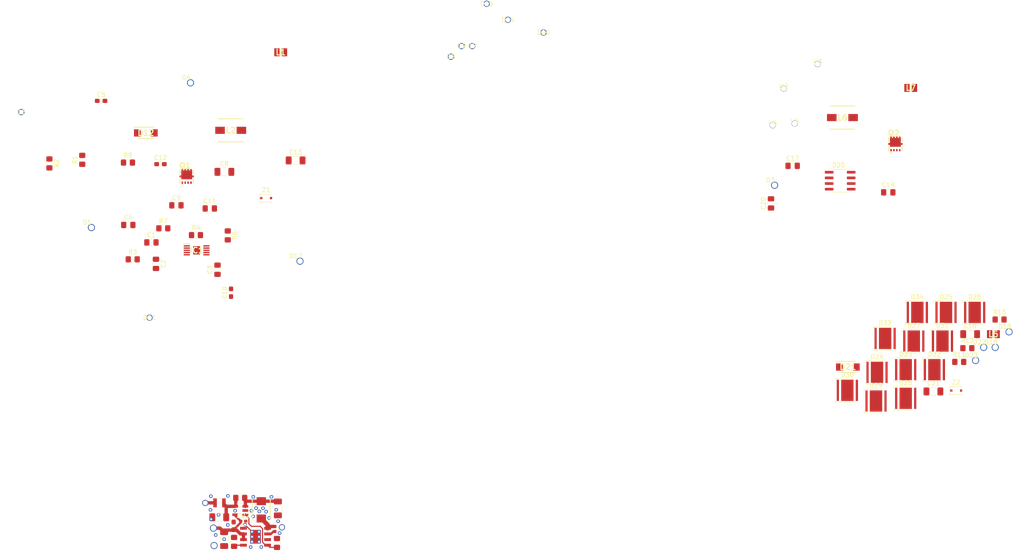
<source format=kicad_pcb>
(kicad_pcb (version 20211014) (generator pcbnew)
  (layers (0 "F.Cu" signal) (1 "In1.Cu" signal) (2 "In2.Cu" signal) (31 "B.Cu" signal) (34 "B.Paste" user) (35 "F.Paste" user) (36 "B.SilkS" user "B.Silkscreen") (37 "F.SilkS" user "F.Silkscreen") (38 "B.Mask" user) (39 "F.Mask" user) (44 "Edge.Cuts" user))
  (net 0 "")
  (net 1 "GND")
  (net 2 "Net-(C11-Pad1)")
  (net 3 "Net-(C4-Pad2)")
  (net 4 "Net-(C6-Pad1)")
  (net 5 "Net-(C10-Pad1)")
  (net 6 "Net-(C14-Pad1)")
  (net 7 "Net-(C15-Pad1)")
  (net 8 "Net-(C17-Pad1)")
  (net 9 "Net-(D7-Pad1)")
  (net 10 "Net-(C3-Pad2)")
  (net 11 "Net-(D12-Pad2)")
  (net 12 "Net-(D13-Pad1)")
  (net 13 "Net-(C1-Pad2)")
  (net 14 "Net-(C1-Pad1)")
  (net 15 "Net-(C16-Pad1)")
  (net 16 "Net-(C2-Pad1)")
  (net 17 "Net-(C10-Pad2)")
  (net 18 "Net-(Q1-Pad1)")
  (net 19 "Net-(Q1-Pad4)")
  (net 20 "Net-(C15-Pad2)")
  (net 21 "Net-(C9-Pad1)")
  (net 22 "Net-(C12-Pad1)")
  (net 23 "Net-(C13-Pad1)")
  (net 24 "Net-(C14-Pad2)")
  (net 25 "Net-(C18-Pad1)")
  (net 26 "Net-(C19-Pad1)")
  (net 27 "Net-(C21-Pad1)")
  (net 28 "Net-(D6-Pad1)")
  (net 29 "Net-(D10-Pad1)")
  (net 30 "Net-(D14-Pad1)")
  (net 31 "Net-(D17-Pad1)")
  (net 32 "Net-(D18-Pad1)")
  (net 33 "Net-(D20-Pad4)")
  (net 34 "Net-(D20-Pad5)")
  (net 35 "Net-(D20-Pad6)")
  (net 36 "Net-(D21-Pad2)")
  (net 37 "Net-(D22-Pad1)")
  (net 38 "Net-(D23-Pad1)")
  (net 39 "Net-(D24-Pad1)")
  (net 41 "Net-(D25-Pad1)")
  (net 43 "Net-(D26-Pad1)")
  (net 45 "Net-(D27-Pad1)")
  (net 47 "Net-(D28-Pad1)")
  (net 49 "Net-(D29-Pad1)")
  (net 51 "Net-(D30-Pad1)")
  (net 53 "Net-(D31-Pad1)")
  (net 55 "Net-(D32-Pad1)")
  (net 57 "Net-(D33-Pad1)")
  (net 59 "Net-(D34-Pad1)")
  (net 62 "Net-(IC1-Pad8)")
  (net 63 "Net-(IC2-Pad4)")
  (net 64 "Net-(IC2-Pad5)")
  (footprint "Flat_Wires_Pads:Wire_Hole_1mm" (layer "F.Cu") (at 69.6976 104.267)
    (fp_text reference "D11")
    (fp_text value "Wire_Pad_01")
  )
  (footprint "libraries:SOP50P490X110-11N" (layer "F.Cu") (at 80.2894 89.1032)
    (fp_text reference "IC1")
    (fp_text value "TPS40211QDGQRQ1" hide)
  )
  (footprint "Capacitor_SMD:C_0805_2012Metric_Pad1.18x1.45mm_HandSolder" (layer "F.Cu") (at 75.7428 78.9686)
    (fp_text reference "C9")
    (fp_text value "C")
  )
  (footprint "libraries:WireHole_1p2" (layer "F.Cu") (at 78.9178 51.3842)
    (fp_text reference "D4")
    (fp_text value "WireHole_1p5")
  )
  (footprint "libraries:INDC2016X80N" (layer "F.Cu") (at 240.9698 52.5272)
    (fp_text reference "L7")
    (fp_text value "TFM201610ALC-R47MTAA" hide)
  )
  (footprint "libraries:SOIC127P600X170-9N" (layer "F.Cu") (at 93.5482 153.6105)
    (fp_text reference "IC2" hide)
    (fp_text value "LM5164QDDATQ1" hide)
  )
  (footprint "Diode_SMD:D_SOD-323F" (layer "F.Cu") (at 95.9358 77.343)
    (fp_text reference "Z1")
    (fp_text value "BZT52-C5V1J")
  )
  (footprint "Flat_Wires_Pads:Wire_Hole_1mm" (layer "F.Cu") (at 150.3426 37.1856)
    (fp_text reference "D14")
    (fp_text value "Wire_Pad_01")
  )
  (footprint "LED_SMD:LED_Cree-XHP50_6V" (layer "F.Cu") (at 242.4586 103.087)
    (fp_text reference "D34")
    (fp_text value "LED_Cree_XHP50_6V")
  )
  (footprint "Capacitor_SMD:C_0805_2012Metric_Pad1.18x1.45mm_HandSolder" (layer "F.Cu") (at 70.1255 87.3252)
    (fp_text reference "C1")
    (fp_text value "C")
  )
  (footprint "Capacitor_SMD:C_0805_2012Metric_Pad1.18x1.45mm_HandSolder" (layer "F.Cu") (at 84.9884 93.4759 90)
    (fp_text reference "C3")
    (fp_text value "C")
  )
  (footprint "Capacitor_SMD:C_0402_1005Metric_Pad0.74x0.62mm_HandSolder" (layer "F.Cu") (at 90.7796 150.0886)
    (fp_text reference "C22")
    (fp_text value "C" hide)
  )
  (footprint "libraries:WireHole_1p2" (layer "F.Cu") (at 84.2264 155.6004)
    (fp_text reference "D2" hide)
    (fp_text value "WireHole_1p5" hide)
  )
  (footprint "Resistor_SMD:R_0805_2012Metric_Pad1.20x1.40mm_HandSolder" (layer "F.Cu") (at 65.913 91.1352)
    (fp_text reference "R3")
    (fp_text value "R")
  )
  (footprint "Flat_Wires_Pads:Wire_Hole_1mm" (layer "F.Cu") (at 82.2452 145.9992)
    (fp_text reference "D13" hide)
    (fp_text value "Wire_Pad_01" hide)
  )
  (footprint "XDS_Semi:TX6211" (layer "F.Cu") (at 224.725 69.946)
    (fp_text reference "D20")
    (fp_text value "TX6211")
  )
  (footprint "Resistor_SMD:R_0805_2012Metric_Pad1.20x1.40mm_HandSolder" (layer "F.Cu") (at 98.3742 155.0002 -90)
    (fp_text reference "R10" hide)
    (fp_text value "R" hide)
  )
  (footprint "libraries:INDPM5752X300N" (layer "F.Cu") (at 225.6028 59.2074)
    (fp_text reference "L6")
    (fp_text value "TFM201610ALC-R47MTAA" hide)
  )
  (footprint "libraries:INDPM5752X300N" (layer "F.Cu") (at 87.9602 62.0776)
    (fp_text reference "L2")
    (fp_text value "SRP7050AA-220M" hide)
  )
  (footprint "Capacitor_SMD:C_1206_3216Metric_Pad1.33x1.80mm_HandSolder" (layer "F.Cu") (at 246.0686 120.887)
    (fp_text reference "C21")
    (fp_text value "C")
  )
  (footprint "libraries:SODFL4626X120N" (layer "F.Cu") (at 226.8236 115.387)
    (fp_text reference "D21")
    (fp_text value "SS36" hide)
  )
  (footprint "Capacitor_SMD:C_1206_3216Metric_Pad1.33x1.80mm_HandSolder" (layer "F.Cu") (at 86.487 154.1403 -90)
    (fp_text reference "C7" hide)
    (fp_text value "C" hide)
  )
  (footprint "Resistor_SMD:R_0805_2012Metric_Pad1.20x1.40mm_HandSolder" (layer "F.Cu") (at 54.5592 68.723 90)
    (fp_text reference "R1")
    (fp_text value "R")
  )
  (footprint "libraries:SODFL4626X120N" (layer "F.Cu") (at 68.8644 62.6618)
    (fp_text reference "D12")
    (fp_text value "SS36" hide)
  )
  (footprint "Capacitor_SMD:C_0805_2012Metric_Pad1.18x1.45mm_HandSolder" (layer "F.Cu") (at 235.9152 76.0476)
    (fp_text reference "C19")
    (fp_text value "C")
  )
  (footprint "libraries:WireHole_1p2" (layer "F.Cu") (at 84.074 151.6634)
    (fp_text reference "D5" hide)
    (fp_text value "WireHole_1p5" hide)
  )
  (footprint "LED_SMD:LED_Cree-XHP50_6V" (layer "F.Cu") (at 239.8386 115.987)
    (fp_text reference "D35")
    (fp_text value "LED_Cree_XHP50_6V")
  )
  (footprint "Capacitor_SMD:C_1206_3216Metric_Pad1.33x1.80mm_HandSolder" (layer "F.Cu") (at 254.3386 107.987)
    (fp_text reference "C18")
    (fp_text value "C")
  )
  (footprint "libraries:WireHole_1p2" (layer "F.Cu") (at 255.5636 113.912)
    (fp_text reference "D23")
    (fp_text value "WireHole_1p5")
  )
  (footprint "Capacitor_SMD:C_1206_3216Metric_Pad1.33x1.80mm_HandSolder" (layer "F.Cu") (at 102.5652 68.8594)
    (fp_text reference "C13")
    (fp_text value "C")
  )
  (footprint "libraries:INDPM4441X200N" (layer "F.Cu") (at 94.8436 147.5486 90)
    (fp_text reference "L3" hide)
    (fp_text value "SRP4020TA-100M" hide)
  )
  (footprint "libraries:WireHole_1p2" (layer "F.Cu") (at 103.5558 91.5416)
    (fp_text reference "D17")
    (fp_text value "WireHole_1p5")
  )
  (footprint "LED_SMD:LED_Cree-XHP50_6V" (layer "F.Cu") (at 235.2086 108.947)
    (fp_text reference "D33")
    (fp_text value "LED_Cree_XHP50_6V")
  )
  (footprint "libraries:DFN_3X3_EP" (layer "F.Cu") (at 237.5154 65.151)
    (fp_text reference "Q2")
    (fp_text value "AON7407" hide)
  )
  (footprint "mount_holes:Hole_screw_M1p2" (layer "F.Cu") (at 220.0148 47.1678)
    (fp_text reference "U3")
    (fp_text value "Mounting_Hole_M2")
  )
  (footprint "Resistor_SMD:R_0805_2012Metric_Pad1.20x1.40mm_HandSolder" (layer "F.Cu") (at 80.1464 85.6742)
    (fp_text reference "R4")
    (fp_text value "R")
  )
  (footprint "libraries:DFN_3X3_EP" (layer "F.Cu") (at 78.0542 72.4706)
    (fp_text reference "Q1")
    (fp_text value "AON7407" hide)
  )
  (footprint "Resistor_SMD:R_0805_2012Metric_Pad1.20x1.40mm_HandSolder" (layer "F.Cu") (at 260.9586 104.687)
    (fp_text reference "R13")
    (fp_text value "R")
  )
  (footprint "Flat_Wires_Pads:Wire_Hole_1mm" (layer "F.Cu") (at 137.5162 45.5038)
    (fp_text reference "D8")
    (fp_text value "Wire_Pad_01")
  )
  (footprint "Resistor_SMD:R_0805_2012Metric_Pad1.20x1.40mm_HandSolder" (layer "F.Cu") (at 251.8886 114.237)
    (fp_text reference "R11")
    (fp_text value "R")
  )
  (footprint "libraries:INDC2016X80N" (layer "F.Cu") (at 259.5686 107.987)
    (fp_text reference "L5")
    (fp_text value "TFM201610ALC-R47MTAA" hide)
  )
  (footprint "Resistor_SMD:R_0805_2012Metric_Pad1.20x1.40mm_HandSolder" (layer "F.Cu") (at 88.7222 154.7622 90)
    (fp_text reference "R5" hide)
    (fp_text value "R" hide)
  )
  (footprint "Capacitor_SMD:C_1206_3216Metric_Pad1.33x1.80mm_HandSolder" (layer "F.Cu") (at 86.5378 71.4248)
    (fp_text reference "C8")
    (fp_text value "C")
  )
  (footprint "Resistor_SMD:R_0805_2012Metric_Pad1.20x1.40mm_HandSolder" (layer "F.Cu") (at 253.7086 111.137)
    (fp_text reference "R12")
    (fp_text value "R")
  )
  (footprint "Capacitor_SMD:C_0805_2012Metric_Pad1.18x1.45mm_HandSolder" (layer "F.Cu") (at 64.9185 83.3882)
    (fp_text reference "C4")
    (fp_text value "C")
  )
  (footprint "Package_TO_SOT_SMD:SOT-23-5" (layer "F.Cu") (at 90.1192 147.701 180)
    (fp_text reference "U1" hide)
    (fp_text value "INA138" hide)
  )
  (footprint "LED_SMD:LED_Cree-XHP50_6V" (layer "F.Cu") (at 239.8386 122.437)
    (fp_text reference "D26")
    (fp_text value "LED_Cree_XHP50_6V")
  )
  (footprint "LED_SMD:LED_Cree-XHP50_6V" (layer "F.Cu") (at 233.3886 116.587)
    (fp_text reference "D24")
    (fp_text value "LED_Cree_XHP50_6V")
  )
  (footprint "Resistor_SMD:R_0805_2012Metric_Pad1.20x1.40mm_HandSolder" (layer "F.Cu") (at 47.1678 69.5358 -90)
    (fp_text reference "R2")
    (fp_text value "R")
  )
  (footprint "Capacitor_SMD:C_0805_2012Metric_Pad1.18x1.45mm_HandSolder" (layer "F.Cu") (at 209.5246 78.5368 90)
    (fp_text reference "C20")
    (fp_text value "C")
  )
  (footprint "Capacitor_SMD:C_0603_1608Metric_Pad1.08x0.95mm_HandSolder" (layer "F.Cu") (at 88.6206 151.1565 90)
    (fp_text reference "C6" hide)
    (fp_text value "C")
  )
  (footprint "LED_SMD:LED_Cree-XHP50_6V" (layer "F.Cu") (at 248.1086 109.537)
    (fp_text reference "D31")
    (fp_text value "LED_Cree_XHP50_6V")
  )
  (footprint "Resistor_SMD:R_0805_2012Metric_Pad1.20x1.40mm_HandSolder" (layer "F.Cu") (at 72.7964 84.1502)
    (fp_text reference "R7")
    (fp_text value "R")
  )
  (footprint "mount_holes:Hole_screw_M1p2" (layer "F.Cu") (at 214.8586 60.5536)
    (fp_text reference "U4")
    (fp_text value "Mounting_Hole_M2")
  )
  (footprint "libraries:WireHole_1p2" (layer "F.Cu") (at 210.3374 74.4474)
    (fp_text reference "D3")
    (fp_text value "WireHole_1p5")
  )
  (footprint "Flat_Wires_Pads:Wire_Hole_1mm" (layer "F.Cu") (at 145.5674 33.5788)
    (fp_text reference "D15")
    (fp_text value "Wire_Pad_01")
  )
  (footprint "Capacitor_SMD:C_0805_2012Metric_Pad1.18x1.45mm_HandSolder" (layer "F.Cu") (at 214.4014 70.0786)
    (fp_text reference "C17")
    (fp_text value "C")
  )
  (footprint "Flat_Wires_Pads:Wire_Hole_1mm" (layer "F.Cu") (at 158.3436 40.0558)
    (fp_text reference "D10")
    (fp_text value "Wire_Pad_01")
  )
  (footprint "Capacitor_SMD:C_0603_1608Metric_Pad1.08x0.95mm_HandSolder" (layer "F.Cu") (at 58.8021 55.4482)
    (fp_text reference "C5")
    (fp_text value "C")
  )
  (footprint "LED_SMD:LED_Cree-XHP50_6V" (layer "F.Cu") (at 233.1586 123.037)
    (fp_text reference "D29")
    (fp_text value "LED_Cree_XHP50_6V")
  )
  (footprint "Capacitor_SMD:C_0603_1608Metric_Pad1.08x0.95mm_HandSolder" (layer "F.Cu") (at 72.1603 69.6976)
    (fp_text reference "C12")
    (fp_text value "C")
  )
  (footprint "Resistor_SMD:R_0805_2012Metric_Pad1.20x1.40mm_HandSolder" (layer "F.Cu") (at 87.2998 85.7504 -90)
    (fp_text reference "R6")
    (fp_text value "R")
  )
  (footprint "libraries:WireHole_1p2" (layer "F.Cu") (at 56.6166 83.9724)
    (fp_text reference "D1")
    (fp_text value "WireHole_1p5")
  )
  (footprint "Capacitor_SMD:C_1206_3216Metric_Pad1.33x1.80mm_HandSolder" (layer "F.Cu") (at 85.3817 149.225 180)
    (fp_text reference "C16" hide)
    (fp_text value "C" hide)
  )
  (footprint "libraries:INDC2016X80N" (layer "F.Cu") (at 99.2124 44.5008)
    (fp_text reference "L1")
    (fp_text value "TFM201610ALC-R47MTAA" hide)
  )
  (footprint "LED_SMD:LED_Cree-XHP50_6V" (layer "F.Cu") (at 255.3586 103.087)
    (fp_text reference "D28")
    (fp_text value "LED_Cree_XHP50_6V")
  )
  (footprint "libraries:WireHole_1p2" (layer "F.Cu") (at 263.0936 107.462)
    (fp_text reference "D19")
    (fp_text value "WireHole_1p5")
  )
  (footprint "Flat_Wires_Pads:Wire_Hole_1mm" (layer "F.Cu") (at 142.3162 43.1038)
    (fp_text reference "D7")
    (fp_text value "Wire_Pad_01")
  )
  (footprint "Resistor_SMD:R_0805_2012Metric_Pad1.20x1.40mm_HandSolder" (layer "F.Cu") (at 90.1098 144.8562 180)
    (fp_text reference "R9" hide)
    (fp_text value "R" hide)
  )
  (footprint "Capacitor_SMD:C_0805_2012Metric_Pad1.18x1.45mm_HandSolder" (layer "F.Cu") (at 71.1454 92.1512 -90)
    (fp_text reference "C2")
    (fp_text value "C")
  )
  (footprint "LED_SMD:LED_Cree-XHP50_6V" (layer "F.Cu") (at 246.2886 115.987)
    (fp_text reference "D32")
    (fp_text value "LED_Cree_XHP50_6V")
  )
  (footprint "Diode_SMD:D_SOD-323F" (layer "F.Cu") (at 251.1986 120.687)
    (fp_text reference "Z2")
    (fp_text value "BZT52-C5V1J")
  )
  (footprint "mount_holes:Hole_screw_M1p2" (layer "F.Cu") (at 212.3948 52.705)
    (fp_text reference "U2")
    (fp_text value "Mounting_Hole_M2")
  )
  (footprint "Capacitor_SMD:C_1206_3216Metric_Pad1.33x1.80mm_HandSolder" (layer "F.Cu") (at 98.5774 147.2307 -90)
    (fp_text reference "C15" hide)
    (fp_text value "C" hide)
  )
  (footprint "libraries:WireHole_1p2" (layer "F.Cu") (at 259.9836 110.962)
    (fp_text reference "D18")
    (fp_text value "WireHole_1p5")
  )
  (footprint "LED_SMD:LED_Cree-XHP50_6V" (layer "F.Cu") (at 248.9086 103.087)
    (fp_text reference "D25")
    (fp_text value "LED_Cree_XHP50_6V")
  )
  (footprint "Flat_Wires_Pads:Wire_Hole_1mm" (layer "F.Cu") (at 40.8432 57.9628)
    (fp_text reference "D6")
    (fp_text value "Wire_Pad_01")
  )
  (footprint "Resistor_SMD:R_0805_2012Metric_Pad1.20x1.40mm_HandSolder" (layer "F.Cu") (at 64.8462 69.342)
    (fp_text reference "R8")
    (fp_text value "R")
  )
  (footprint "mount_holes:Hole_screw_M1p2" (layer "F.Cu") (at 209.9056 60.9346)
    (fp_text reference "U5")
    (fp_text value "Mounting_Hole_M2")
  )
  (footprint "Capacitor_SMD:C_0603_1608Metric_Pad1.08x0.95mm_HandSolder" (layer "F.Cu") (at 88.0364 98.6525 90)
    (fp_text reference "C10")
    (fp_text value "C")
  )
  (footprint "LED_SMD:LED_Cree-XHP50_6V" (layer "F.Cu") (at 241.6586 109.537)
    (fp_text reference "D27")
    (fp_text value "LED_Cree_XHP50_6V")
  )
  (footprint "libraries:WPN252010UR47MT" (layer "F.Cu") (at 85.4362 145.9738 180)
    (fp_text reference "L4" hide)
    (fp_text value "TFM201610ALC-R47MTAA" hide)
  )
  (footprint "Capacitor_SMD:C_0805_2012Metric_Pad1.18x1.45mm_HandSolder" (layer "F.Cu") (at 83.2573 79.6798)
    (fp_text reference "C11")
    (fp_text value "C")
  )
  (footprint "libraries:WireHole_1p2" (layer "F.Cu") (at 257.3836 110.962)
    (fp_text reference "D22")
    (fp_text value "WireHole_1p5")
  )
  (footprint "LED_SMD:LED_Cree-XHP50_6V" (layer "F.Cu") (at 226.7086 120.637)
    (fp_text reference "D30")
    (fp_text value "LED_Cree_XHP50_6V")
  )
  (footprint "Capacitor_SMD:C_0402_1005Metric_Pad0.74x0.62mm_HandSolder" (layer "F.Cu") (at 97.9424 151.8579 -90)
    (fp_text reference "C14" hide)
    (fp_text value "C" hide)
  )
  (footprint "Flat_Wires_Pads:Wire_Hole_1mm" (layer "F.Cu") (at 139.9162 43.1038)
    (fp_text reference "D9")
    (fp_text value "Wire_Pad_01")
  )
  (footprint "Flat_Wires_Pads:Wire_Hole_1mm" (layer "F.Cu") (at 99.4918 151.4856)
    (fp_text reference "D16" hide)
    (fp_text value "Wire_Pad_01" hide)
  )
  (segment (start 84.074 151.6634) (end 85.5472 151.6634) (width 0.75) (layer "F.Cu") (net 4))
  (segment (start 88.9817 148.8582) (end 90.2121 150.0886) (width 0.5) (layer "F.Cu") (net 4))
  (segment (start 90.1359 152.9755) (end 89.281 152.1206) (width 0.75) (layer "F.Cu") (net 4))
  (segment (start 90.8362 152.9755) (end 90.1359 152.9755) (width 0.75) (layer "F.Cu") (net 4))
  (segment (start 85.979 152.0952) (end 86.0044 152.1206) (width 0.75) (layer "F.Cu") (net 4))
  (segment (start 85.979 152.0952) (end 86.487 152.6032) (width 0.25) (layer "F.Cu") (net 4))
  (segment (start 85.5472 151.6634) (end 86.487 152.6032) (width 0.75) (layer "F.Cu") (net 4))
  (segment (start 88.9817 148.651) (end 88.9817 148.8582) (width 0.25) (layer "F.Cu") (net 4))
  (segment (start 90.2121 150.4275) (end 88.519 152.1206) (width 0.5) (layer "F.Cu") (net 4))
  (segment (start 90.8362 154.2455) (end 90.8362 152.9755) (width 0.75) (layer "F.Cu") (net 4))
  (segment (start 89.281 152.1206) (end 88.519 152.1206) (width 0.75) (layer "F.Cu") (net 4))
  (segment (start 90.2121 150.0886) (end 90.2121 150.4275) (width 0.25) (layer "F.Cu") (net 4))
  (segment (start 86.0044 152.1206) (end 88.519 152.1206) (width 0.75) (layer "F.Cu") (net 4))
  (segment (start 97.6884 151.2904) (end 97.8662 151.4682) (width 0.25) (layer "F.Cu") (net 6))
  (segment (start 96.6753 151.2904) (end 97.6884 151.2904) (width 0.75) (layer "F.Cu") (net 6))
  (segment (start 96.2602 151.7055) (end 96.6753 151.2904) (width 0.25) (layer "F.Cu") (net 6))
  (segment (start 96.2602 150.9152) (end 94.8436 149.4986) (width 1) (layer "F.Cu") (net 6))
  (segment (start 96.2602 151.7055) (end 96.2602 150.9152) (width 1) (layer "F.Cu") (net 6))
  (segment (start 91.522 145.5986) (end 94.8436 145.5986) (width 0.75) (layer "F.Cu") (net 7))
  (segment (start 91.2567 145.0031) (end 91.1098 144.8562) (width 0.25) (layer "F.Cu") (net 7))
  (segment (start 98.5078 145.5986) (end 94.8436 145.5986) (width 0.75) (layer "F.Cu") (net 7))
  (segment (start 91.2368 145.3134) (end 91.1098 145.1864) (width 0.25) (layer "F.Cu") (net 7))
  (segment (start 91.2368 145.3134) (end 91.522 145.5986) (width 0.75) (layer "F.Cu") (net 7))
  (segment (start 91.2567 146.751) (end 91.2567 145.0031) (width 0.75) (layer "F.Cu") (net 7))
  (segment (start 98.5774 145.6682) (end 98.5078 145.5986) (width 0.25) (layer "F.Cu") (net 7))
  (segment (start 91.1098 145.1864) (end 91.1098 144.8562) (width 0.25) (layer "F.Cu") (net 7))
  (segment (start 84.4362 145.9738) (end 82.2706 145.9738) (width 0.75) (layer "F.Cu") (net 12))
  (segment (start 82.2706 145.9738) (end 82.2452 145.9992) (width 0.25) (layer "F.Cu") (net 12))
  (segment (start 88.9715 146.7612) (end 86.9442 146.7612) (width 0.75) (layer "F.Cu") (net 15))
  (segment (start 86.9442 149.225) (end 86.9442 146.7612) (width 0.75) (layer "F.Cu") (net 15))
  (segment (start 86.4362 146.2532) (end 86.4362 145.9738) (width 0.25) (layer "F.Cu") (net 15))
  (segment (start 86.9442 146.7612) (end 86.4362 146.2532) (width 0.75) (layer "F.Cu") (net 15))
  (segment (start 89.1098 144.8562) (end 89.1098 146.6229) (width 0.75) (layer "F.Cu") (net 15))
  (segment (start 89.1098 146.6229) (end 88.9817 146.751) (width 0.25) (layer "F.Cu") (net 15))
  (segment (start 88.9817 146.751) (end 88.9715 146.7612) (width 0.25) (layer "F.Cu") (net 15))
  (segment (start 92.7608 152.6286) (end 92.7608 152.4762) (width 0.25) (layer "F.Cu") (net 20))
  (segment (start 91.186 150.9014) (end 92.7608 152.4762) (width 0.25) (layer "F.Cu") (net 20))
  (segment (start 93.6244 153.5343) (end 93.5482 153.6105) (width 0.25) (layer "F.Cu") (net 20))
  (segment (start 93.6244 153.4922) (end 92.7608 152.6286) (width 0.25) (layer "F.Cu") (net 20))
  (segment (start 93.6244 153.4922) (end 93.6244 153.5343) (width 0.25) (layer "F.Cu") (net 20))
  (segment (start 91.186 150.876) (end 91.186 150.9014) (width 0.25) (layer "F.Cu") (net 20))
  (via (at 92.7608 152.4762) (size 0.8) (drill 0.4) (layers "F.Cu" "B.Cu") (net 20))
  (via (at 98.9584 152.781) (size 0.8) (drill 0.4) (layers "F.Cu" "B.Cu") (net 20))
  (via (at 95.9358 147.955) (size 0.8) (drill 0.4) (layers "F.Cu" "B.Cu") (net 20))
  (via (at 94.4118 147.9042) (size 0.8) (drill 0.4) (layers "F.Cu" "B.Cu") (net 20))
  (via (at 84.582 153.2128) (size 0.8) (drill 0.4) (layers "F.Cu" "B.Cu") (net 20))
  (via (at 93.0148 149.0218) (size 0.8) (drill 0.4) (layers "F.Cu" "B.Cu") (net 20))
  (via (at 83.4898 144.4752) (size 0.8) (drill 0.4) (layers "F.Cu" "B.Cu") (net 20))
  (via (at 91.186 150.876) (size 0.8) (drill 0.4) (layers "F.Cu" "B.Cu") (net 20))
  (via (at 86.487 154.178) (size 0.8) (drill 0.4) (layers "F.Cu" "B.Cu") (net 20))
  (via (at 92.456 155.9306) (size 0.8) (drill 0.4) (layers "F.Cu" "B.Cu") (net 20))
  (via (at 94.3356 154.7368) (size 0.8) (drill 0.4) (layers "F.Cu" "B.Cu") (net 20))
  (via (at 87.2998 150.9522) (size 0.8) (drill 0.4) (layers "F.Cu" "B.Cu") (net 20))
  (via (at 87.3252 144.399) (size 0.8) (drill 0.4) (layers "F.Cu" "B.Cu") (net 20))
  (via (at 92.7608 154.7368) (size 0.8) (drill 0.4) (layers "F.Cu" "B.Cu") (net 20))
  (via (at 96.6216 149.3774) (size 0.8) (drill 0.4) (layers "F.Cu" "B.Cu") (net 20))
  (via (at 94.3356 153.6192) (size 0.8) (drill 0.4) (layers "F.Cu" "B.Cu") (net 20))
  (via (at 94.8436 155.9306) (size 0.8) (drill 0.4) (layers "F.Cu" "B.Cu") (net 20))
  (via (at 98.2218 147.5232) (size 0.8) (drill 0.4) (layers "F.Cu" "B.Cu") (net 20))
  (via (at 95.2246 147.193) (size 0.8) (drill 0.4) (layers "F.Cu" "B.Cu") (net 20))
  (via (at 83.566 149.6568) (size 0.8) (drill 0.4) (layers "F.Cu" "B.Cu") (net 20))
  (via (at 98.6282 150.114) (size 0.8) (drill 0.4) (layers "F.Cu" "B.Cu") (net 20))
  (via (at 94.3356 152.4762) (size 0.8) (drill 0.4) (layers "F.Cu" "B.Cu") (net 20))
  (via (at 97.1296 144.6241) (size 0.8) (drill 0.4) (layers "F.Cu" "B.Cu") (net 20))
  (via (at 85.217 148.6408) (size 0.8) (drill 0.4) (layers "F.Cu" "B.Cu") (net 20))
  (via (at 92.6338 147.7518) (size 0.8) (drill 0.4) (layers "F.Cu" "B.Cu") (net 20))
  (via (at 83.4136 147.5486) (size 0.8) (drill 0.4) (layers "F.Cu" "B.Cu") (net 20))
  (via (at 93.0402 144.6241) (size 0.8) (drill 0.4) (layers "F.Cu" "B.Cu") (net 20))
  (via (at 93.6752 147.1676) (size 0.8) (drill 0.4) (layers "F.Cu" "B.Cu") (net 20))
  (via (at 88.9508 147.7357) (size 0.8) (drill 0.4) (layers "F.Cu" "B.Cu") (net 20))
  (via (at 92.7608 153.6192) (size 0.8) (drill 0.4) (layers "F.Cu" "B.Cu") (net 20))
  (segment (start 97.6376 152.3746) (end 97.8662 152.3746) (width 0.5) (layer "F.Cu") (net 24))
  (segment (start 97.917 152.4254) (end 97.8662 152.3746) (width 0.25) (layer "F.Cu") (net 24))
  (segment (start 96.3705 153.0858) (end 96.2602 152.9755) (width 0.25) (layer "F.Cu") (net 24))
  (segment (start 97.9424 152.4254) (end 97.917 152.4254) (width 0.25) (layer "F.Cu") (net 24))
  (segment (start 97.0026 153.0096) (end 96.9685 152.9755) (width 0.25) (layer "F.Cu") (net 24))
  (segment (start 96.9685 152.9755) (end 96.2602 152.9755) (width 0.25) (layer "F.Cu") (net 24))
  (segment (start 97.0026 153.0096) (end 97.6376 152.3746) (width 0.5) (layer "F.Cu") (net 24))
  (segment (start 90.8362 155.5155) (end 88.878 155.5155) (width 0.25) (layer "F.Cu") (net 63))
  (segment (start 88.878 155.5155) (end 88.7222 155.3597) (width 0.25) (layer "F.Cu") (net 63))
  (segment (start 92.6084 151.257) (end 94.593722 151.257) (width 0.25) (layer "F.Cu") (net 64))
  (segment (start 96.7449 156.0002) (end 96.2602 155.5155) (width 0.25) (layer "F.Cu") (net 64))
  (segment (start 98.3742 156.0002) (end 96.7449 156.0002) (width 0.25) (layer "F.Cu") (net 64))
  (segment (start 92.0496 149.4028) (end 92.0496 150.6982) (width 0.25) (layer "F.Cu") (net 64))
  (segment (start 94.593722 151.257) (end 95.123 151.786278) (width 0.25) (layer "F.Cu") (net 64))
  (segment (start 95.793678 155.5155) (end 96.2602 155.5155) (width 0.25) (layer "F.Cu") (net 64))
  (segment (start 95.123 154.844822) (end 95.793678 155.5155) (width 0.25) (layer "F.Cu") (net 64))
  (segment (start 92.0496 150.6982) (end 92.6084 151.257) (width 0.25) (layer "F.Cu") (net 64))
  (segment (start 95.123 151.786278) (end 95.123 154.844822) (width 0.25) (layer "F.Cu") (net 64))
  (segment (start 91.2567 148.651) (end 91.2978 148.651) (width 0.25) (layer "F.Cu") (net 64))
  (segment (start 91.2978 148.651) (end 92.0496 149.4028) (width 0.25) (layer "F.Cu") (net 64))
)
</source>
